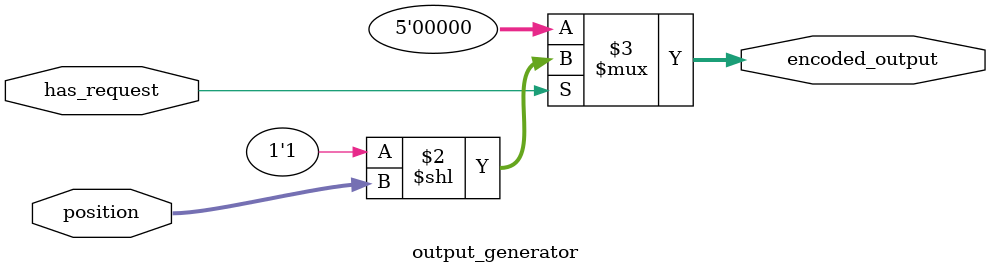
<source format=sv>
module prio_enc_onehot #(parameter W=5)(
  input [W-1:0] req_onehot,
  output [W-1:0] enc_out
);
  // Internal signals
  wire has_valid_req;
  wire [W-1:0] valid_position;
  
  // Check if there's any valid request
  request_detector #(.WIDTH(W)) u_req_detect (
    .req_vector(req_onehot),
    .has_request(has_valid_req)
  );
  
  // Find position of valid request
  position_encoder #(.WIDTH(W)) u_pos_enc (
    .req_vector(req_onehot),
    .position(valid_position)
  );
  
  // Generate one-hot output based on detected position
  output_generator #(.WIDTH(W)) u_out_gen (
    .has_request(has_valid_req),
    .position(valid_position),
    .encoded_output(enc_out)
  );
  
endmodule

// Module to detect if there's any valid request
module request_detector #(parameter WIDTH=5)(
  input [WIDTH-1:0] req_vector,
  output has_request
);
  assign has_request = |req_vector;
endmodule

// Module to encode the position of valid request
module position_encoder #(parameter WIDTH=5)(
  input [WIDTH-1:0] req_vector,
  output [WIDTH-1:0] position
);
  integer i;
  reg [WIDTH-1:0] pos;
  
  always @(*) begin
    pos = {WIDTH{1'b0}};
    for (i = 0; i < WIDTH; i = i + 1) begin
      if (req_vector[i]) begin
        pos = i;
      end
    end
  end
  
  assign position = pos;
endmodule

// Module to generate the one-hot encoded output
module output_generator #(parameter WIDTH=5)(
  input has_request,
  input [WIDTH-1:0] position,
  output [WIDTH-1:0] encoded_output
);
  assign encoded_output = has_request ? (1'b1 << position) : {WIDTH{1'b0}};
endmodule
</source>
